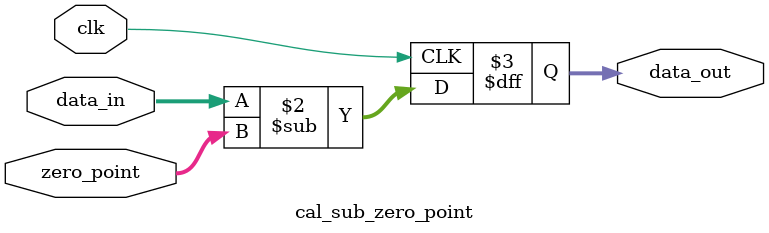
<source format=v>
module cal_sub_zero_point//substraction of zero point
(
    input clk,
    input signed [3:0] zero_point,
    input signed [3:0] data_in,
    output reg signed [3:0] data_out
);
/*
    Áãµã£¬ÉìËõÒò×ÓÓëÁ¿»¯
    r:±»Á¿»¯Öµ q£ºÁ¿»¯Öµ
    scale=(r_max-r_min£©/(q_max-q_min)
    zero_point=round(q_max-r_max/s)
    q=round(r/scale)+zero_point
    ÔÚ½øÐÐ³Ë·¨ÔËËãÊ±£º
    r3=r1*r2
    q3-z3=(scale1*scale2/scale3)*(q1-z1)(q2-z2)
    ÓÉ´Ë¸¡µãÔËËã½öÎª³Ë»ýÒò×Ó£¬ºó²¿ÎªÕûÊý³Ë·¨
*/
/*
    ±¾¼ÆËãÊµÏÖÁË(q1-z1)£¬scaleÓëzero pointÊÇÍ³Ò»µÄ
*/
    always @(posedge clk) begin
        data_out<=data_in-zero_point;
    end
endmodule
</source>
